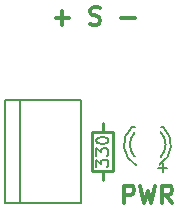
<source format=gbr>
G04 #@! TF.FileFunction,Legend,Top*
%FSLAX46Y46*%
G04 Gerber Fmt 4.6, Leading zero omitted, Abs format (unit mm)*
G04 Created by KiCad (PCBNEW (2015-08-15 BZR 6092)-product) date 3/24/2016 2:34:01 PM*
%MOMM*%
G01*
G04 APERTURE LIST*
%ADD10C,0.100000*%
%ADD11C,0.300000*%
%ADD12C,0.177800*%
%ADD13C,0.150000*%
%ADD14C,0.254000*%
G04 APERTURE END LIST*
D10*
D11*
X142145000Y-100881571D02*
X142145000Y-99381571D01*
X142716428Y-99381571D01*
X142859286Y-99453000D01*
X142930714Y-99524429D01*
X143002143Y-99667286D01*
X143002143Y-99881571D01*
X142930714Y-100024429D01*
X142859286Y-100095857D01*
X142716428Y-100167286D01*
X142145000Y-100167286D01*
X143502143Y-99381571D02*
X143859286Y-100881571D01*
X144145000Y-99810143D01*
X144430714Y-100881571D01*
X144787857Y-99381571D01*
X146216429Y-100881571D02*
X145716429Y-100167286D01*
X145359286Y-100881571D02*
X145359286Y-99381571D01*
X145930714Y-99381571D01*
X146073572Y-99453000D01*
X146145000Y-99524429D01*
X146216429Y-99667286D01*
X146216429Y-99881571D01*
X146145000Y-100024429D01*
X146073572Y-100095857D01*
X145930714Y-100167286D01*
X145359286Y-100167286D01*
X136342858Y-85197143D02*
X137485715Y-85197143D01*
X136914286Y-85768571D02*
X136914286Y-84625714D01*
X139271429Y-85697143D02*
X139485715Y-85768571D01*
X139842858Y-85768571D01*
X139985715Y-85697143D01*
X140057144Y-85625714D01*
X140128572Y-85482857D01*
X140128572Y-85340000D01*
X140057144Y-85197143D01*
X139985715Y-85125714D01*
X139842858Y-85054286D01*
X139557144Y-84982857D01*
X139414286Y-84911429D01*
X139342858Y-84840000D01*
X139271429Y-84697143D01*
X139271429Y-84554286D01*
X139342858Y-84411429D01*
X139414286Y-84340000D01*
X139557144Y-84268571D01*
X139914286Y-84268571D01*
X140128572Y-84340000D01*
X141914286Y-85197143D02*
X143057143Y-85197143D01*
D12*
X145027953Y-97862571D02*
X145802048Y-97862571D01*
X145415000Y-98249619D02*
X145415000Y-97475524D01*
D13*
X142831000Y-94416000D02*
X143031000Y-94416000D01*
X145425000Y-94416000D02*
X145245000Y-94416000D01*
X145114643Y-97643744D02*
G75*
G03X145431000Y-94416000I-1003643J1727744D01*
G01*
X145244068Y-96968006D02*
G75*
G03X145245000Y-94865000I-1133068J1052006D01*
G01*
X142804274Y-94428780D02*
G75*
G03X143151000Y-97666000I1306726J-1497220D01*
G01*
X143031747Y-94902111D02*
G75*
G03X143051000Y-96950000I1079253J-1013889D01*
G01*
D14*
X140335000Y-94869000D02*
X140335000Y-94107000D01*
X140335000Y-98171000D02*
X140335000Y-98933000D01*
X139446000Y-98171000D02*
X139700000Y-98171000D01*
X139446000Y-98171000D02*
X139446000Y-94869000D01*
X139446000Y-94869000D02*
X141224000Y-94869000D01*
X141224000Y-94869000D02*
X141224000Y-98171000D01*
X141224000Y-98171000D02*
X139700000Y-98171000D01*
D13*
X132072540Y-92169100D02*
X132072540Y-100869100D01*
X138477540Y-92169100D02*
X138477540Y-100869100D01*
X138477540Y-100869100D02*
X132072540Y-100869100D01*
X133302540Y-100869100D02*
X133302540Y-92169100D01*
X132072540Y-92169100D02*
X138477540Y-92169100D01*
X139787381Y-97805714D02*
X139787381Y-97186666D01*
X140168333Y-97520000D01*
X140168333Y-97377142D01*
X140215952Y-97281904D01*
X140263571Y-97234285D01*
X140358810Y-97186666D01*
X140596905Y-97186666D01*
X140692143Y-97234285D01*
X140739762Y-97281904D01*
X140787381Y-97377142D01*
X140787381Y-97662857D01*
X140739762Y-97758095D01*
X140692143Y-97805714D01*
X139787381Y-96853333D02*
X139787381Y-96234285D01*
X140168333Y-96567619D01*
X140168333Y-96424761D01*
X140215952Y-96329523D01*
X140263571Y-96281904D01*
X140358810Y-96234285D01*
X140596905Y-96234285D01*
X140692143Y-96281904D01*
X140739762Y-96329523D01*
X140787381Y-96424761D01*
X140787381Y-96710476D01*
X140739762Y-96805714D01*
X140692143Y-96853333D01*
X139787381Y-95615238D02*
X139787381Y-95519999D01*
X139835000Y-95424761D01*
X139882619Y-95377142D01*
X139977857Y-95329523D01*
X140168333Y-95281904D01*
X140406429Y-95281904D01*
X140596905Y-95329523D01*
X140692143Y-95377142D01*
X140739762Y-95424761D01*
X140787381Y-95519999D01*
X140787381Y-95615238D01*
X140739762Y-95710476D01*
X140692143Y-95758095D01*
X140596905Y-95805714D01*
X140406429Y-95853333D01*
X140168333Y-95853333D01*
X139977857Y-95805714D01*
X139882619Y-95758095D01*
X139835000Y-95710476D01*
X139787381Y-95615238D01*
M02*

</source>
